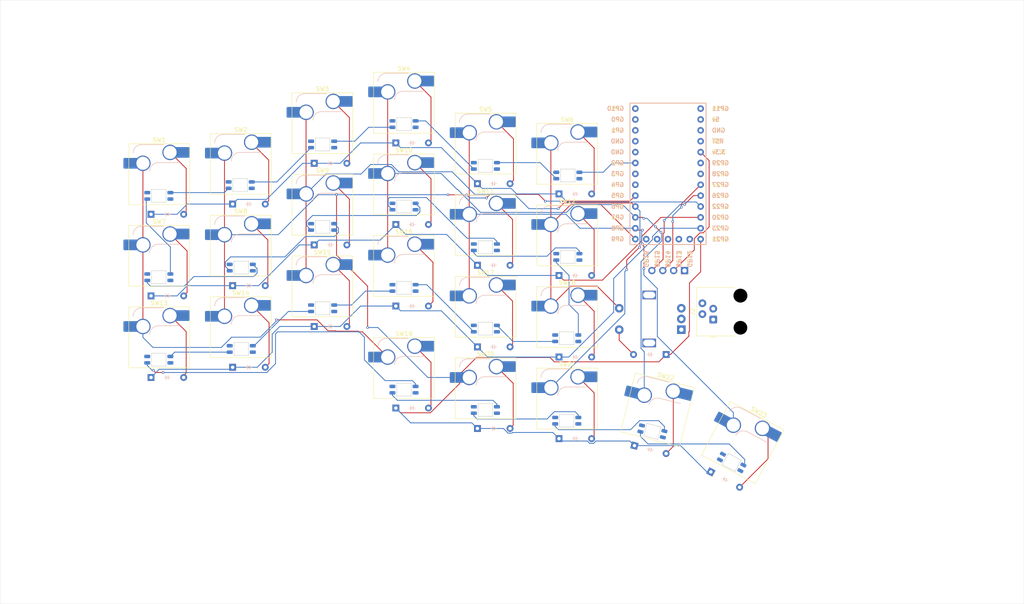
<source format=kicad_pcb>
(kicad_pcb (version 20240108) (generator "pcbnew") (generator_version "8.0")
  (layers (0 "F.Cu" signal) (31 "B.Cu" signal) (34 "B.Paste" user) (35 "F.Paste" user) (36 "B.SilkS" user "B.Silkscreen") (37 "F.SilkS" user "F.Silkscreen") (38 "B.Mask" user) (39 "F.Mask" user) (44 "Edge.Cuts" user))
  (net 0 "")
  (net 1 "Row 0")
  (net 2 "Net-(D1-A)")
  (net 3 "Net-(D2-A)")
  (net 4 "Net-(D3-A)")
  (net 5 "Net-(D4-A)")
  (net 6 "Net-(D5-A)")
  (net 7 "Net-(D6-A)")
  (net 8 "Row 1")
  (net 9 "Net-(D7-A)")
  (net 10 "Net-(D8-A)")
  (net 11 "Net-(D9-A)")
  (net 12 "Net-(D10-A)")
  (net 13 "Net-(D11-A)")
  (net 14 "Net-(D12-A)")
  (net 15 "Row 2")
  (net 16 "Net-(D13-A)")
  (net 17 "Net-(D14-A)")
  (net 18 "Net-(D15-A)")
  (net 19 "Net-(D16-A)")
  (net 20 "Net-(D17-A)")
  (net 21 "Net-(D18-A)")
  (net 22 "Net-(D19-A)")
  (net 23 "Row 3")
  (net 24 "Net-(D20-A)")
  (net 25 "Net-(D21-A)")
  (net 26 "Net-(D22-A)")
  (net 27 "Net-(D23-A)")
  (net 28 "OLED_SCL")
  (net 29 "GND")
  (net 30 "OLED_SDA")
  (net 31 "+3.3V")
  (net 32 "Col 0")
  (net 33 "Col 1")
  (net 34 "Col 2")
  (net 35 "Col 3")
  (net 36 "Col 4")
  (net 37 "Col 5")
  (net 38 "EncA")
  (net 39 "EncB")
  (net 45 "+5V")
  (net 48 "LED")
  (net 49 "Net-(D24-DOUT)")
  (net 50 "Net-(D25-DOUT)")
  (net 51 "Net-(D26-DOUT)")
  (net 52 "Net-(D27-DOUT)")
  (net 53 "Net-(D28-DOUT)")
  (net 54 "Net-(D29-DOUT)")
  (net 55 "Net-(D30-DOUT)")
  (net 56 "Net-(D31-DOUT)")
  (net 57 "Net-(D32-A)")
  (net 58 "Net-(D33-DOUT)")
  (net 59 "Net-(D34-DOUT)")
  (net 60 "Net-(D35-DOUT)")
  (net 61 "Net-(D36-DOUT)")
  (net 62 "Net-(D37-DOUT)")
  (net 63 "Net-(D38-DOUT)")
  (net 64 "Net-(D39-DOUT)")
  (net 65 "Net-(D40-DOUT)")
  (net 66 "Net-(D41-DOUT)")
  (net 67 "Net-(D42-DOUT)")
  (net 68 "Net-(D43-DOUT)")
  (net 69 "Net-(D44-DOUT)")
  (net 70 "Net-(D45-DOUT)")
  (net 71 "Net-(D46-DOUT)")
  (net 73 "Interconnect")
  (net 75 "Row 4")
  (footprint "ScottoKeebs_Hotswap:Hotswap_MX_Plated_1.00u" (layer "F.Cu") (at 101.4433 47.7847)
    (property "Reference" "SW3")
    (property "Value" "SW_Push_45deg")
  )
  (footprint "ScottoKeebs_Hotswap:Hotswap_MX_Plated_1.00u" (layer "F.Cu") (at 139.5441 90.6481)
    (property "Reference" "SW17")
    (property "Value" "SW_Push_45deg")
  )
  (footprint "ScottoKeebs_Hotswap:Hotswap_MX_Plated_1.00u" (layer "F.Cu") (at 139.5441 109.6985)
    (property "Reference" "SW20")
    (property "Value" "SW_Push_45deg")
  )
  (footprint "ScottoKeebs_Hotswap:Hotswap_MX_Plated_1.00u" (layer "F.Cu") (at 139.5441 71.5977)
    (property "Reference" "SW11")
    (property "Value" "SW_Push_45deg")
  )
  (footprint "ScottoKeebs_Hotswap:Hotswap_MX_Plated_1.00u" (layer "F.Cu") (at 63.3425 97.792)
    (property "Reference" "SW13")
    (property "Value" "SW_Push_45deg")
  )
  (footprint "ScottoKeebs_Hotswap:Hotswap_MX_Plated_1.00u" (layer "F.Cu") (at 63.3425 59.6912)
    (property "Reference" "SW1")
    (property "Value" "SW_Push_45deg")
  )
  (footprint "ScottoKeebs_Hotswap:Hotswap_MX_Plated_1.00u" (layer "F.Cu") (at 101.4433 66.8351)
    (property "Reference" "SW9")
    (property "Value" "SW_Push_45deg")
  )
  (footprint "ScottoKeebs_Hotswap:Hotswap_MX_Plated_1.00u" (layer "F.Cu") (at 158.5945 73.979)
    (property "Reference" "SW12")
    (property "Value" "SW_Push_45deg")
  )
  (footprint "ScottoKeebs_Components:OLED_128x32" (layer "F.Cu") (at 176.2 83.8 90)
    (property "Reference" "J1" (hide yes))
    (property "Value" "OLED_128x32")
  )
  (footprint "ScottoKeebs_Hotswap:Hotswap_MX_Plated_1.00u" (layer "F.Cu") (at 82.3929 57.3099)
    (property "Reference" "SW2")
    (property "Value" "SW_Push_45deg")
  )
  (footprint "ScottoKeebs_Hotswap:Hotswap_MX_Plated_1.50u_90deg" (layer "F.Cu") (at 120.4937 104.9359)
    (property "Reference" "SW19")
    (property "Value" "SW_Push_45deg")
  )
  (footprint "ScottoKeebs_Hotswap:Hotswap_MX_Plated_1.00u" (layer "F.Cu") (at 120.4937 43.0221)
    (property "Reference" "SW4")
    (property "Value" "SW_Push_45deg")
  )
  (footprint "ScottoKeebs_Hotswap:Hotswap_MX_Plated_1.00u" (layer "F.Cu") (at 139.5441 52.5473)
    (property "Reference" "SW5")
    (property "Value" "SW_Push_45deg")
  )
  (footprint "Connector_RJ:RJ9_Evercom_5301-440xxx_Horizontal" (layer "F.Cu") (at 192.7 93.64 90)
    (property "Reference" "J2")
    (property "Value" "4P4C")
  )
  (footprint "ScottoKeebs_Hotswap:Hotswap_MX_Plated_1.00u" (layer "F.Cu") (at 158.5945 93.0294)
    (property "Reference" "SW18")
    (property "Value" "SW_Push_45deg")
  )
  (footprint "ScottoKeebs_Hotswap:Hotswap_MX_Plated_1.00u" (layer "F.Cu") (at 158.5945 112.0798)
    (property "Reference" "SW21")
    (property "Value" "SW_Push_45deg")
  )
  (footprint "ScottoKeebs_Hotswap:Hotswap_MX_Plated_1.00u" (layer "F.Cu") (at 63.3425 78.7416)
    (property "Reference" "SW7")
    (property "Value" "SW_Push_45deg")
  )
  (footprint "ScottoKeebs_Hotswap:Hotswap_MX_Plated_1.00u" (layer "F.Cu") (at 120.4937 62.0725)
    (property "Reference" "SW10")
    (property "Value" "SW_Push_45deg")
  )
  (footprint "ScottoKeebs_Hotswap:Hotswap_MX_Plated_1.00u" (layer "F.Cu") (at 101.4433 85.8855)
    (property "Reference" "SW15")
    (property "Value" "SW_Push_45deg")
  )
  (footprint "ScottoKeebs_Hotswap:Hotswap_MX_Plated_1.00u" (layer "F.Cu") (at 199.571572 122.331374 -28)
    (property "Reference" "SW23")
    (property "Value" "SW_Push_45deg")
  )
  (footprint "ScottoKeebs_Hotswap:Hotswap_MX_Plated_1.00u" (layer "F.Cu") (at 158.5945 54.9286)
    (property "Reference" "SW6")
    (property "Value" "SW_Push_45deg")
  )
  (footprint "ScottoKeebs_MCU:RP2040_Pro_Micro" (layer "F.Cu") (at 182.14 60.89)
    (property "Reference" "U1" (hide yes))
    (property "Value" "RP2040_Pro_Micro" (hide yes))
  )
  (footprint "ScottoKeebs_Hotswap:Hotswap_MX_Plated_1.00u" (layer "F.Cu") (at 120.4937 81.1229)
    (property "Reference" "SW16")
    (property "Value" "SW_Push_45deg")
  )
  (footprint "ScottoKeebs_Hotswap:Hotswap_MX_Plated_1.00u" (layer "F.Cu") (at 82.3929 95.4107)
    (property "Reference" "SW14")
    (property "Value" "SW_Push_45deg")
  )
  (footprint "ScottoKeebs_Hotswap:Hotswap_MX_Plated_1.00u" (layer "F.Cu") (at 82.3929 76.3603)
    (property "Reference" "SW8")
    (property "Value" "SW_Push_45deg")
  )
  (footprint "ScottoKeebs_Hotswap:Hotswap_MX_Plated_1.00u" (layer "F.Cu") (at 179.682345 114.686274 -14)
    (property "Reference" "SW22")
    (property "Value" "SW_Push_45deg")
  )
  (footprint "ScottoKeebs_Scotto:Encoder_EC11_MX" (layer "F.Cu") (at 177.75 93.5 180)
    (property "Reference" "SW24" (hide yes))
    (property "Value" "RotaryEncoder_Switch" (hide yes))
  )
  (footprint "ScottoKeebs_Components:Diode_DO-35" (layer "B.Cu") (at 99.5385 95.252)
    (property "Reference" "D15" (hide yes))
    (property "Value" "D" (hide yes))
  )
  (footprint "ScottoKeebs_Components:LED_SK6812MINI" (layer "B.Cu") (at 120.5 67.25 180)
    (property "Reference" "D34" (hide yes))
    (property "Value" "LED_SK6812MINI" (hide yes))
    (fp_line (start 1.7 1.5) (end 1.7 -1.5) (stroke (width 0.12)) (layer "Edge.Cuts"))
    (fp_line (start 1.7 -1.5) (end -1.7 -1.5) (stroke (width 0.12)) (layer "Edge.Cuts"))
    (fp_line (start -1.7 1.5) (end 1.7 1.5) (stroke (width 0.12)) (layer "Edge.Cuts"))
    (fp_line (start -1.7 -1.5) (end -1.7 1.5) (stroke (width 0.12)) (layer "Edge.Cuts"))
  )
  (footprint "ScottoKeebs_Components:Diode_DO-35" (layer "B.Cu") (at 99.5385 57.1512)
    (property "Reference" "D2" (hide yes))
    (property "Value" "D" (hide yes))
  )
  (footprint "ScottoKeebs_Components:LED_SK6812MINI" (layer "B.Cu") (at 139.5 114.75 180)
    (property "Reference" "D44" (hide yes))
    (property "Value" "LED_SK6812MINI" (hide yes))
    (fp_line (start 1.7 1.5) (end 1.7 -1.5) (stroke (width 0.12)) (layer "Edge.Cuts"))
    (fp_line (start 1.7 -1.5) (end -1.7 -1.5) (stroke (width 0.12)) (layer "Edge.Cuts"))
    (fp_line (start -1.7 1.5) (end 1.7 1.5) (stroke (width 0.12)) (layer "Edge.Cuts"))
    (fp_line (start -1.7 -1.5) (end -1.7 1.5) (stroke (width 0.12)) (layer "Edge.Cuts"))
  )
  (footprint "ScottoKeebs_Components:LED_SK6812MINI" (layer "B.Cu") (at 139.5 95.75 180)
    (property "Reference" "D38" (hide yes))
    (property "Value" "LED_SK6812MINI" (hide yes))
    (fp_line (start 1.7 1.5) (end 1.7 -1.5) (stroke (width 0.12)) (layer "Edge.Cuts"))
    (fp_line (start 1.7 -1.5) (end -1.7 -1.5) (stroke (width 0.12)) (layer "Edge.Cuts"))
    (fp_line (start -1.7 1.5) (end 1.7 1.5) (stroke (width 0.12)) (layer "Edge.Cuts"))
    (fp_line (start -1.7 -1.5) (end -1.7 1.5) (stroke (width 0.12)) (layer "Edge.Cuts"))
  )
  (footprint "ScottoKeebs_Components:LED_SK6812MINI" (layer "B.Cu") (at 101.5 52.75 180)
    (property "Reference" "D27" (hide yes))
    (property "Value" "LED_SK6812MINI" (hide yes))
    (fp_line (start 1.7 1.5) (end 1.7 -1.5) (stroke (width 0.12)) (layer "Edge.Cuts"))
    (fp_line (start 1.7 -1.5) (end -1.7 -1.5) (stroke (width 0.12)) (layer "Edge.Cuts"))
    (fp_line (start -1.7 1.5) (end 1.7 1.5) (stroke (width 0.12)) (layer "Edge.Cuts"))
    (fp_line (start -1.7 -1.5) (end -1.7 1.5) (stroke (width 0.12)) (layer "Edge.Cuts"))
  )
  (footprint "ScottoKeebs_Components:Diode_DO-35" (layer "B.Cu") (at 61.4377 88.1081)
    (property "Reference" "D6" (hide yes))
    (property "Value" "D" (hide yes))
  )
  (footprint "ScottoKeebs_Components:Diode_DO-35" (layer "B.Cu") (at 61.4377 107.1585)
    (property "Reference" "D13" (hide yes))
    (property "Value" "D" (hide yes))
  )
  (footprint "ScottoKeebs_Components:LED_SK6812MINI" (layer "B.Cu") (at 139.5 57.75 180)
    (property "Reference" "D25" (hide yes))
    (property "Value" "LED_SK6812MINI" (hide yes))
    (fp_line (start 1.7 1.5) (end 1.7 -1.5) (stroke (width 0.12)) (layer "Edge.Cuts"))
    (fp_line (start 1.7 -1.5) (end -1.7 -1.5) (stroke (width 0.12)) (layer "Edge.Cuts"))
    (fp_line (start -1.7 1.5) (end 1.7 1.5) (stroke (width 0.12)) (layer "Edge.Cuts"))
    (fp_line (start -1.7 -1.5) (end -1.7 1.5) (stroke (width 0.12)) (layer "Edge.Cuts"))
  )
  (footprint "ScottoKeebs_Components:Diode_DO-35" (layer "B.Cu") (at 137.6393 119.065)
    (property "Reference" "D20" (hide yes))
    (property "Value" "D" (hide yes))
  )
  (footprint "ScottoKeebs_Components:Diode_DO-35" (layer "B.Cu") (at 156.6897 83.3455)
    (property "Reference" "D12" (hide yes))
    (property "Value" "D" (hide yes))
  )
  (footprint "ScottoKeebs_Components:LED_SK6812MINI" (layer "B.Cu") (at 82.5 81.5 180)
    (property "Reference" "D31" (hide yes))
    (property "Value" "LED_SK6812MINI" (hide yes))
    (fp_line (start 1.7 1.5) (end 1.7 -1.5) (stroke (width 0.12)) (layer "Edge.Cuts"))
    (fp_line (start 1.7 -1.5) (end -1.7 -1.5) (stroke (width 0.12)) (layer "Edge.Cuts"))
    (fp_line (start -1.7 1.5) (end 1.7 1.5) (stroke (width 0.12)) (layer "Edge.Cuts"))
    (fp_line (start -1.7 -1.5) (end -1.7 1.5) (stroke (width 0.12)) (layer "Edge.Cuts"))
  )
  (footprint "ScottoKeebs_Components:LED_SK6812MINI" (layer "B.Cu") (at 101.5 91 180)
    (property "Reference" "D40" (hide yes))
    (property "Value" "LED_SK6812MINI" (hide yes))
    (fp_line (start 1.7 1.5) (end 1.7 -1.5) (stroke (width 0.12)) (layer "Edge.Cuts"))
    (fp_line (start 1.7 -1.5) (end -1.7 -1.5) (stroke (width 0.12)) (layer "Edge.Cuts"))
    (fp_line (start -1.7 1.5) (end 1.7 1.5) (stroke (width 0.12)) (layer "Edge.Cuts"))
    (fp_line (start -1.7 -1.5) (end -1.7 1.5) (stroke (width 0.12)) (layer "Edge.Cuts"))
  )
  (footprint "ScottoKeebs_Components:Diode_DO-35" (layer "B.Cu") (at 80.4881 85.7268)
    (property "Reference" "D8" (hide yes))
    (property "Value" "D" (hide yes))
  )
  (footprint "ScottoKeebs_Components:LED_SK6812MINI" (layer "B.Cu") (at 158.5 117.25 180)
    (property "Reference" "D45" (hide yes))
    (property "Value" "LED_SK6812MINI" (hide yes))
    (fp_line (start 1.7 1.5) (end 1.7 -1.5) (stroke (width 0.12)) (layer "Edge.Cuts"))
    (fp_line (start 1.7 -1.5) (end -1.7 -1.5) (stroke (width 0.12)) (layer "Edge.Cuts"))
    (fp_line (start -1.7 1.5) (end 1.7 1.5) (stroke (width 0.12)) (layer "Edge.Cuts"))
    (fp_line (start -1.7 -1.5) (end -1.7 1.5) (stroke (width 0.12)) (layer "Edge.Cuts"))
  )
  (footprint "ScottoKeebs_Components:LED_SK6812MINI" (layer "B.Cu") (at 158.5 98 180)
    (property "Reference" "D37" (hide yes))
    (property "Value" "LED_SK6812MINI" (hide yes))
    (fp_line (start 1.7 1.5) (end 1.7 -1.5) (stroke (width 0.12)) (layer "Edge.Cuts"))
    (fp_line (start 1.7 -1.5) (end -1.7 -1.5) (stroke (width 0.12)) (layer "Edge.Cuts"))
    (fp_line (start -1.7 1.5) (end 1.7 1.5) (stroke (width 0.12)) (layer "Edge.Cuts"))
    (fp_line (start -1.7 -1.5) (end -1.7 1.5) (stroke (width 0.12)) (layer "Edge.Cuts"))
  )
  (footprint "ScottoKeebs_Components:LED_SK6812MINI" (layer "B.Cu") (at 82.25 62.25 180)
    (property "Reference" "D28" (hide yes))
    (property "Value" "LED_SK6812MINI" (hide yes))
    (fp_line (start 1.7 1.5) (end 1.7 -1.5) (stroke (width 0.12)) (layer "Edge.Cuts"))
    (fp_line (start 1.7 -1.5) (end -1.7 -1.5) (stroke (width 0.12)) (layer "Edge.Cuts"))
    (fp_line (start -1.7 1.5) (end 1.7 1.5) (stroke (width 0.12)) (layer "Edge.Cuts"))
    (fp_line (start -1.7 -1.5) (end -1.7 1.5) (stroke (width 0.12)) (layer "Edge.Cuts"))
  )
  (footprint "ScottoKeebs_Components:Diode_DO-35" (layer "B.Cu") (at 137.6393 80.9642)
    (property "Reference" "D11" (hide yes))
    (property "Value" "D" (hide yes))
  )
  (footprint "ScottoKeebs_Components:LED_SK6812MINI" (layer "B.Cu") (at 178.5 119.75 166)
    (property "Reference" "D46" (hide yes))
    (property "Value" "LED_SK6812MINI" (hide yes))
    (fp_line (start 1.7 -1.5) (end -1.7 -1.5) (stroke (width 0.12)) (layer "Edge.Cuts"))
    (fp_line (start 1.7 1.5) (end 1.7 -1.5) (stroke (width 0.12)) (layer "Edge.Cuts"))
    (fp_line (start -1.7 -1.5) (end -1.7 1.5) (stroke (width 0.12)) (layer "Edge.Cuts"))
    (fp_line (start -1.7 1.5) (end 1.7 1.5) (stroke (width 0.12)) (layer "Edge.Cuts"))
  )
  (footprint "ScottoKeebs_Components:Diode_DO-35" (layer "B.Cu") (at 80.4881 66.6764)
    (property "Reference" "D1" (hide yes))
    (property "Value" "D" (hide yes))
  )
  (footprint "ScottoKeebs_Components:Diode_DO-35" (layer "B.Cu") (at 118.5889 52.3886)
    (property "Reference" "D3" (hide yes))
    (property "Value" "D" (hide yes))
  )
  (footprint "ScottoKeebs_Components:Diode_DO-35" (layer "B.Cu") (at 181.71 101.8 180)
    (property "Reference" "D23" (hide yes))
    (property "Value" "D" (hide yes))
  )
  (footprint "ScottoKeebs_Components:Diode_DO-35" (layer "B.Cu") (at 61.4377 69.0577)
    (property "Reference" "D7" (hide yes))
    (property "Value" "D" (hide yes))
  )
  (footprint "ScottoKeebs_Components:LED_SK6812MINI" (layer "B.Cu") (at 82.5 100.5 180)
    (property "Reference" "D41" (hide yes))
    (property "Value" "LED_SK6812MINI" (hide yes))
    (fp_line (start 1.7 1.5) (end 1.7 -1.5) (stroke (width 0.12)) (layer "Edge.Cuts"))
    (fp_line (start 1.7 -1.5) (end -1.7 -1.5) (stroke (width 0.12)) (layer "Edge.Cuts"))
    (fp_line (start -1.7 1.5) (end 1.7 1.5) (stroke (width 0.12)) (layer "Edge.Cuts"))
    (fp_line (start -1.7 -1.5) (end -1.7 1.5) (stroke (width 0.12)) (layer "Edge.Cuts"))
  )
  (footprint "ScottoKeebs_Components:Diode_DO-35" (layer "B.Cu") (at 118.5889 114.3024)
    (property "Reference" "D19" (hide yes))
    (property "Value" "D" (hide yes))
  )
  (footprint "ScottoKeebs_Components:LED_SK6812MINI" (layer "B.Cu") (at 120.5 48 180)
    (property "Reference" "D26" (hide yes))
    (property "Value" "LED_SK6812MINI" (hide yes))
    (fp_line (start 1.7 1.5) (end 1.7 -1.5) (stroke (width 0.12)) (layer "Edge.Cuts"))
    (fp_line (start 1.7 -1.5) (end -1.7 -1.5) (stroke (width 0.12)) (layer "Edge.Cuts"))
    (fp_line (start -1.7 1.5) (end 1.7 1.5) (stroke (width 0.12)) (layer "Edge.Cuts"))
    (fp_line (start -1.7 -1.5) (end -1.7 1.5) (stroke (width 0.12)) (layer "Edge.Cuts"))
  )
  (footprint "ScottoKeebs_Components:Diode_DO-35" (layer "B.Cu") (at 118.5889 90.4894)
    (property "Reference" "D16" (hide yes))
    (property "Value" "D" (hide yes))
  )
  (footprint "ScottoKeebs_Components:LED_SK6812MINI" (layer "B.Cu") (at 63.25 64.75 180)
    (property "Reference" "D29" (hide yes))
    (property "Value" "LED_SK6812MINI" (hide yes))
    (fp_line (start 1.7 1.5) (end 1.7 -1.5) (stroke (width 0.12)) (layer "Edge.Cuts"))
    (fp_line (start 1.7 -1.5) (end -1.7 -1.5) (stroke (width 0.12)) (layer "Edge.Cuts"))
    (fp_line (start -1.7 1.5) (end 1.7 1.5) (stroke (width 0.12)) (layer "Edge.Cuts"))
    (fp_line (start -1.7 -1.5) (end -1.7 1.5) (stroke (width 0.12)) (layer "Edge.Cuts"))
  )
  (footprint "ScottoKeebs_Components:LED_SK6812MINI" (layer "B.Cu") (at 158.75 79 180)
    (property "Reference" "D36" (hide yes))
    (property "Value" "LED_SK6812MINI" (hide yes))
    (fp_line (start 1.7 1.5) (end 1.7 -1.5) (stroke (width 0.12)) (layer "Edge.Cuts"))
    (fp_line (start 1.7 -1.5) (end -1.7 -1.5) (stroke (width 0.12)) (layer "Edge.Cuts"))
    (fp_line (start -1.7 1.5) (end 1.7 1.5) (stroke (width 0.12)) (layer "Edge.Cuts"))
    (fp_line (start -1.7 -1.5) (end -1.7 1.5) (stroke (width 0.12)) (layer "Edge.Cuts"))
  )
  (footprint "ScottoKeebs_Components:Diode_DO-35" (layer "B.Cu") (at 118.5889 71.439)
    (property "Reference" "D10" (hide yes))
    (property "Value" "D" (hide yes))
  )
  (footprint "ScottoKeebs_Components:LED_SK6812MINI" (layer "B.Cu") (at 101.5 72 180)
    (property "Reference" "D33" (hide yes))
    (property "Value" "LED_SK6812MINI" (hide yes))
    (fp_line (start 1.7 1.5) (end 1.7 -1.5) (stroke (width 0.12)) (layer "Edge.Cuts"))
    (fp_line (start 1.7 -1.5) (end -1.7 -1.5) (stroke (width 0.12)) (layer "Edge.Cuts"))
    (fp_line (start -1.7 1.5) (end 1.7 1.5) (stroke (width 0.12)) (layer "Edge.Cuts"))
    (fp_line (start -1.7 -1.5) (end -1.7 1.5) (stroke (width 0.12)) (layer "Edge.Cuts"))
  )
  (footprint "ScottoKeebs_Components:Diode_DO-35" (layer "B.Cu") (at 137.6393 100.0146)
    (property "Reference" "D17" (hide yes))
    (property "Value" "D" (hide yes))
  )
  (footprint "ScottoKeebs_Components:LED_SK6812MINI" (layer "B.Cu") (at 120.5 86.25 180)
    (property "Reference" "D39" (hide yes))
    (property "Value" "LED_SK6812MINI" (hide yes))
    (fp_line (start 1.7 1.5) (end 1.7 -1.5) (stroke (width 0.12)) (layer "Edge.Cuts"))
    (fp_line (start 1.7 -1.5) (end -1.7 -1.5) (stroke (width 0.12)) (layer "Edge.Cuts"))
    (fp_line (start -1.7 1.5) (end 1.7 1.5) (stroke (width 0.12)) (layer "Edge.Cuts"))
    (fp_line (start -1.7 -1.5) (end -1.7 1.5) (stroke (width 0.12)) (layer "Edge.Cuts"))
  )
  (footprint "ScottoKeebs_Components:LED_SK6812MINI" (layer "B.Cu") (at 197 127 152)
    (property "Reference" "D48" (hide yes))
    (property "Value" "LED_SK6812MINI" (hide yes))
    (fp_line (start 1.700001 -1.5) (end -1.7 -1.5) (stroke (width 0.12)) (layer "Edge.Cuts"))
    (fp_line (start 1.7 1.5) (end 1.700001 -1.5) (stroke (width 0.12)) (layer "Edge.Cuts"))
    (fp_line (start -1.7 -1.5) (end -1.700001 1.5) (stroke (width 0.12)) (layer "Edge.Cuts"))
    (fp_line (start -1.700001 1.5) (end 1.7 1.5) (stroke (width 0.12)) (layer "Edge.Cuts"))
  )
  (footprint "ScottoKeebs_Components:LED_SK6812MINI" (layer "B.Cu") (at 63.25 83.75 180)
    (property "Reference" "D30" (hide yes))
    (property "Value" "LED_SK6812MINI" (hide yes))
    (fp_line (start 1.7 1.5) (end 1.7 -1.5) (stroke (width 0.12)) (layer "Edge.Cuts"))
    (fp_line (start 1.7 -1.5) (end -1.7 -1.5) (stroke (width 0.12)) (layer "Edge.Cuts"))
    (fp_line (start -1.7 1.5) (end 1.7 1.5) (stroke (width 0.12)) (layer "Edge.Cuts"))
    (fp_line (start -1.7 -1.5) (end -1.7 1.5) (stroke (width 0.12)) (layer "Edge.Cuts"))
  )
  (footprint "ScottoKeebs_Components:Diode_DO-35" (layer "B.Cu") (at 174.303174 123.078278 -14)
    (property "Reference" "D22" (hide yes))
    (property "Value" "D" (hide yes))
  )
  (footprint "ScottoKeebs_Components:LED_SK6812MINI" (layer "B.Cu") (at 139.5 76.75 180)
    (property "Reference" "D35" (hide yes))
    (property "Value" "LED_SK6812MINI" (hide yes))
    (fp_line (start 1.7 1.5) (end 1.7 -1.5) (stroke (width 0.12)) (layer "Edge.Cuts"))
    (fp_line (start 1.7 -1.5) (end -1.7 -1.5) (stroke (width 0.12)) (layer "Edge.Cuts"))
    (fp_line (start -1.7 1.5) (end 1.7 1.5) (stroke (width 0.12)) (layer "Edge.Cuts"))
    (fp_line (start -1.7 -1.5) (end -1.7 1.5) (stroke (width 0.12)) (layer "Edge.Cuts"))
  )
  (footprint "ScottoKeebs_Components:Diode_DO-35" (layer "B.Cu") (at 137.6393 61.9138)
    (property "Reference" "D4" (hide yes))
    (property "Value" "D" (hide yes))
  )
  (footprint "ScottoKeebs_Components:LED_SK6812MINI" (layer "B.Cu") (at 158.75 60 180)
    (property "Reference" "D24" (hide yes))
    (property "Value" "LED_SK6812MINI" (hide yes))
    (fp_line (start 1.7 1.5) (end 1.7 -1.5) (stroke (width 0.12)) (layer "Edge.Cuts"))
    (fp_line (start 1.7 -1.5) (end -1.7 -1.5) (stroke (width 0.12)) (layer "Edge.Cuts"))
    (fp_line (start -1.7 1.5) (end 1.7 1.5) (stroke (width 0.12)) (layer "Edge.Cuts"))
    (fp_line (start -1.7 -1.5) (end -1.7 1.5) (stroke (width 0.12)) (layer "Edge.Cuts"))
  )
  (footprint "ScottoKeebs_Components:Diode_DO-35" (layer "B.Cu") (at 156.6897 64.2951)
    (property "Reference" "D5" (hide yes))
    (property "Value" "D" (hide yes))
  )
  (footprint "ScottoKeebs_Components:LED_SK6812MINI" (layer "B.Cu") (at 120.5 110 180)
    (property "Reference" "D43" (hide yes))
    (property "Value" "LED_SK6812MINI" (hide yes))
    (fp_line (start 1.7 1.5) (end 1.7 -1.5) (stroke (width 0.12)) (layer "Edge.Cuts"))
    (fp_line (start 1.7 -1.5) (end -1.7 -1.5) (stroke (width 0.12)) (layer "Edge.Cuts"))
    (fp_line (start -1.7 1.5) (end 1.7 1.5) (stroke (width 0.12)) (layer "Edge.Cuts"))
    (fp_line (start -1.7 -1.5) (end -1.7 1.5) (stroke (width 0.12)) (layer "Edge.Cuts"))
  )
  (footprint "ScottoKeebs_Components:Diode_DO-35" (layer "B.Cu") (at 99.5385 76.2016)
    (property "Reference" "D9" (hide yes))
    (property "Value" "D" (hide yes))
  )
  (footprint "ScottoKeebs_Components:LED_SK6812MINI" (layer "B.Cu") (at 63.25 103 180)
    (property "Reference" "D42" (hide yes))
    (property "Value" "LED_SK6812MINI" (hide yes))
    (fp_line (start 1.7 1.5) (end 1.7 -1.5) (stroke (width 0.12)) (layer "Edge.Cuts"))
    (fp_line (start 1.7 -1.5) (end -1.7 -1.5) (stroke (width 0.12)) (layer "Edge.Cuts"))
    (fp_line (start -1.7 1.5) (end 1.7 1.5) (stroke (width 0.12)) (layer "Edge.Cuts"))
    (fp_line (start -1.7 -1.5) (end -1.7 1.5) (stroke (width 0.12)) (layer "Edge.Cuts"))
  )
  (footprint "ScottoKeebs_Components:Diode_DO-35" (layer "B.Cu") (at 80.4881 104.7772)
    (property "Reference" "D14" (hide yes))
    (property "Value" "D" (hide yes))
  )
  (footprint "ScottoKeebs_Components:Diode_DO-35" (layer "B.Cu") (at 192.13597 129.211314 -28)
    (property "Reference" "D32" (hide yes))
    (property "Value" "D" (hide yes))
  )
  (footprint "ScottoKeebs_Components:Diode_DO-35" (layer "B.Cu") (at 156.6897 121.4463)
    (property "Reference" "D21" (hide yes))
    (property "Value" "D" (hide yes))
  )
  (footprint "ScottoKeebs_Components:Diode_DO-35" (layer "B.Cu") (at 156.6897 102.3959)
    (property "Reference" "D18" (hide yes))
    (property "Value" "D" (hide yes))
  )
  (gr_rect (start 26.1943 19.0504) (end 265.25 160) (stroke (width 0.05)) (fill none) (layer "Edge.Cuts"))
  (segment (start 119.6889 53.4886) (end 129.2141 53.4886) (width 0.2) (layer "B.Cu") (net 1))
  (segment (start 105.602865 57.1512) (end 110.365465 52.3886) (width 0.2) (layer "B.Cu") (net 1))
  (segment (start 96.8488 57.1512) (end 99.5385 57.1512) (width 0.2) (layer "B.Cu") (net 1))
  (segment (start 156.6897 64.2951) (end 158.5726 66.178) (width 0.2) (layer "B.Cu") (net 1))
  (segment (start 67.502065 69.0577) (end 69.883365 66.6764) (width 0.2) (layer "B.Cu") (net 1))
  (segment (start 80.4881 66.6764) (end 81.5881 65.5764) (width 0.2) (layer "B.Cu") (net 1))
  (segment (start 81.5881 65.5764) (end 88.4236 65.5764) (width 0.2) (layer "B.Cu") (net 1))
  (segment (start 110.365465 52.3886) (end 118.5889 52.3886) (width 0.2) (layer "B.Cu") (net 1))
  (segment (start 138.7393 63.0138) (end 145.5 63.0138) (width 0.2) (layer "B.Cu") (net 1))
  (segment (start 118.5889 52.3886) (end 119.6889 53.4886) (width 0.2) (layer "B.Cu") (net 1))
  (segment (start 69.883365 66.6764) (end 80.4881 66.6764) (width 0.2) (layer "B.Cu") (net 1))
  (segment (start 61.4377 69.0577) (end 67.502065 69.0577) (width 0.2) (layer "B.Cu") (net 1))
  (segment (start 188.698 66.178) (end 189.76 67.24) (width 0.2) (layer "B.Cu") (net 1))
  (segment (start 145.5 63.0138) (end 146.7813 64.2951) (width 0.2) (layer "B.Cu") (net 1))
  (segment (start 146.7813 64.2951) (end 156.6897 64.2951) (width 0.2) (layer "B.Cu") (net 1))
  (segment (start 158.5726 66.178) (end 188.698 66.178) (width 0.2) (layer "B.Cu") (net 1))
  (segment (start 137.6393 61.9138) (end 138.7393 63.0138) (width 0.2) (layer "B.Cu") (net 1))
  (segment (start 88.4236 65.5764) (end 96.8488 57.1512) (width 0.2) (layer "B.Cu") (net 1))
  (segment (start 129.2141 53.4886) (end 137.6393 61.9138) (width 0.2) (layer "B.Cu") (net 1))
  (segment (start 99.5385 57.1512) (end 105.602865 57.1512) (width 0.2) (layer "B.Cu") (net 1))
  (segment (start 84.9329 52.4329) (end 88.908099 56.408099) (width 0.2) (layer "F.Cu") (net 2))
  (segment (start 88.908099 65.876401) (end 88.1081 66.6764) (width 0.2) (layer "F.Cu") (net 2))
  (segment (start 84.9329 52.2299) (end 84.9329 52.4329) (width 0.2) (layer "F.Cu") (net 2))
  (segment (start 88.908099 56.408099) (end 88.908099 65.876401) (width 0.2) (layer "F.Cu") (net 2))
  (segment (start 107.7483 56.5614) (end 107.1585 57.1512) (width 0.2) (layer "F.Cu") (net 3))
  (segment (start 103.9833 42.7047) (end 107.7483 46.4697) (width 0.2) (layer "F.Cu") (net 3))
  (segment (start 107.7483 46.4697) (end 107.7483 56.5614) (width 0.2) (layer "F.Cu") (net 3))
  (segment (start 126.7987 41.7071) (end 126.7987 51.7988) (width 0.2) (layer "F.Cu") (net 4))
  (segment (start 126.7987 51.7988) (end 126.2089 52.3886) (width 0.2) (layer "F.Cu") (net 4))
  (segment (start 123.0337 37.9421) (end 126.7987 41.7071) (width 0.2) (layer "F.Cu") (net 4))
  (segment (start 142.0841 47.4673) (end 146.059299 51.442499) (width 0.2) (layer "F.Cu") (net 5))
  (segment (start 146.059299 61.113801) (end 145.2593 61.9138) (width 0.2) (layer "F.Cu") (net 5))
  (segment (start 146.059299 51.442499) (end 146.059299 61.113801) (width 0.2) (layer "F.Cu") (net 5))
  (segment (start 161.1345 49.8486) (end 164.8995 53.6136) (width 0.2) (layer "F.Cu") (net 6))
  (segment (start 164.8995 53.6136) (end 164.8995 63.7053) (width 0.2) (layer "F.Cu") (net 6))
  (segment (start 164.8995 63.7053) (end 164.3097 64.2951) (width 0.2) (layer "F.Cu") (net 6))
  (segment (start 69.857699 87.308101) (end 69.0577 88.1081) (width 0.2) (layer "F.Cu") (net 7))
  (segment (start 69.857699 77.636799) (end 69.857699 87.308101) (width 0.2) (layer "F.Cu") (net 7))
  (segment (start 65.8825 73.6616) (end 69.857699 77.636799) (width 0.2) (layer "F.Cu") (net 7))
  (segment (start 175.998 75.252) (end 175.998 74.252) (width 0.2) (layer "F.Cu") (net 8))
  (segment (start 166.8045 84.4455) (end 175.998 75.252) (width 0.2) (layer "F.Cu") (net 8))
  (segment (start 175.998 74.252) (end 180.47 69.78) (width 0.2) (layer "F.Cu") (net 8))
  (segment (start 156.6897 83.3455) (end 157.7897 84.4455) (width 0.2) (layer "F.Cu") (net 8))
  (segment (start 157.7897 84.4455) (end 166.8045 84.4455) (width 0.2) (layer "F.Cu") (net 8))
  (segment (start 180.47 69.78) (end 189.76 69.78) (width 0.2) (layer "F.Cu") (net 8))
  (segment (start 118.5889 71.439) (end 120.8999 73.75) (width 0.2) (layer "B.Cu") (net 8))
  (segment (start 137.6393 80.9642) (end 140.0206 83.3455) (width 0.2) (layer "B.Cu") (net 8))
  (segment (start 61.4377 88.1081) (end 67.502065 88.1081) (width 0.2) (layer "B.Cu") (net 8))
  (segment (start 96.077665 76.2016) (end 99.5385 76.2016) (width 0.2) (layer "B.Cu") (net 8))
  (segment (start 67.502065 88.1081) (end 69.883365 85.7268) (width 0.2) (layer "B.Cu") (net 8))
  (segment (start 99.5385 76.2016) (end 100.6385 75.1016) (width 0.2) (layer "B.Cu") (net 8))
  (segment (start 69.883365 85.7268) (end 80.4881 85.7268) (width 0.2) (layer "B.Cu") (net 8))
  (segment (start 120.8999 73.75) (end 130.4251 73.75) (width 0.2) (layer "B.Cu") (net 8))
  (segment (start 86.552465 85.7268) (end 96.077665 76.2016) (width 0.2) (layer "B.Cu") (net 8))
  (segment (start 80.4881 85.7268) (end 86.552465 85.7268) (width 0.2) (layer "B.Cu") (net 8))
  (segment (start 130.4251 73.75) (end 137.6393 80.9642) (width 0.2) (layer "B.Cu") (net 8))
  (segment (start 100.6385 75.1016) (end 114.9263 75.1016) (width 0.2) (layer "B.Cu") (net 8))
  (segment (start 114.9263 75.1016) (end 118.5889 71.439) (width 0.2) (layer "B.Cu") (net 8))
  (segment (start 140.0206 83.3455) (end 156.6897 83.3455) (width 0.2) (layer "B.Cu") (net 8))
  (segment (start 65.8825 54.6112) (end 69.6475 58.3762) (width 0.2) (layer "F.Cu") (net 9))
  (segment (start 69.6475 58.3762) (end 69.6475 68.4679) (width 0.2) (layer "F.Cu") (net 9))
  (segment (start 69.6475 68.4679) (end 69.0577 69.0577) (width 0.2) (layer "F.Cu") (net 9))
  (segment (start 88.6979 75.0453) (end 88.6979 85.137) (width 0.2) (layer "F.Cu") (net 10))
  (segment (start 88.6979 85.137) (end 88.1081 85.7268) (width 0.2) (layer "F.Cu") (net 10))
  (segment (start 84.9329 71.2803) (end 88.6979 75.0453) (width 0.2) (layer "F.Cu") (net 10))
  (segment (start 107.7483 67.2483) (end 107.75 67.25) (width 0.2) (layer "F.Cu") (net 11))
  (segment (start 103.9833 61.7551) (end 107.7483 65.5201) (width 0.2) (layer "F.Cu") (net 11))
  (segment (start 107.75 67.25) (end 107.75 75.6101) (width 0.2) (layer "F.Cu") (net 11))
  (segment (start 107.75 75.6101) (end 107.1585 76.2016) (width 0.2) (layer "F.Cu") (net 11))
  (segment (start 107.7483 65.5201) (end 107.7483 67.2483) (width 0.2) (layer "F.Cu") (net 11))
  (segment (start 126.7987 60.7575) (end 126.7987 70.8492) (width 0.2) (layer "F.Cu") (net 12))
  (segment (start 126.7987 70.8492) (end 126.2089 71.439) (width 0.2) (layer "F.Cu") (net 12))
  (segment (start 123.0337 56.9925) (end 126.7987 60.7575) (width 0.2) (layer "F.Cu") (net 12))
  (segment (start 145.8491 70.2827) (end 145.8491 80.3744) (width 0.2) (layer "F.Cu") (net 13))
  (segment (start 142.0841 66.5177) (end 145.8491 70.2827) (width 0.2) (layer "F.Cu") (net 13))
  (segment (start 145.8491 80.3744) (end 145.2593 80.9642) (width 0.2) (layer "F.Cu") (net 13))
  (segment (start 164.8995 72.664) (end 164.8995 82.7557) (width 0.2) (layer "F.Cu") (net 14))
  (segment (start 164.8995 82.7557) (end 164.3097 83.3455) (width 0.2) (layer "F.Cu") (net 14))
  (segment (start 161.1345 68.899) (end 164.8995 72.664) (width 0.2) (layer "F.Cu") (net 14))
  (segment (start 119.6889 91.5894) (end 129.2141 91.5894) (width 0.2) (layer "B.Cu") (net 15))
  (segment (start 91.498 95.252) (end 99.5385 95.252) (width 0.2) (layer "B.Cu") (net 15))
  (segment (start 129.2141 91.5894) (end 137.6393 100.0146) (width 0.2) (layer "B.Cu") (net 15))
  (segment (start 63.3462 105.25) (end 80.0153 105.25) (width 0.2) (layer "B.Cu") (net 15))
  (segment (start 158.973958 102.3959) (end 169.45 91.919858) (width 0.2) (layer "B.Cu") (net 15))
  (segment (start 80.0153 105.25) (end 80.4881 104.7772) (width 0.2) (layer "B.Cu") (net 15))
  (segment (start 156.6897 102.3959) (end 158.973958 102.3959) (width 0.2) (layer "B.Cu") (net 15))
  (segment (start 137.6393 100.0146) (end 140.0206 102.3959) (width 0.2) (layer "B.Cu") (net 15))
  (segment (start 118.5889 90.4894) (end 119.6889 91.5894) (width 0.2) (layer "B.Cu") (net 15))
  (segment (start 89.75 97) (end 91.498 95.252) (width 0.2) (layer "B.Cu") (net 15))
  (segment (start 89.75 101.25) (end 89.75 97) (width 0.2) (layer "B.Cu") (net 15))
  (segment (start 169.45 84.05) (end 178.538 74.962) (width 0.2) (layer "B.Cu") (net 15))
  (segment (start 178.538 74.962) (end 178.538 74.212) (width 0.2) (layer "B.Cu") (net 15))
  (segment (start 178.538 74.212) (end 180.43 72.32) (width 0.2) (layer "B.Cu") (net 15))
  (segment (start 86.2228 104.7772) (end 89.75 101.25) (width 0.2) (layer "B.Cu") (net 15))
  (segment (start 99.5385 95.252) (end 105.602865 95.252) (width 0.2) (layer "B.Cu") (net 15))
  (segment (start 110.365465 90.4894) (end 118.5889 90.4894) (width 0.2) (layer "B.Cu") (net 15))
  (segment (start 140.0206 102.3959) (end 156.6897 102.3959) (width 0.2) (layer "B.Cu") (net 15))
  (segment (start 169.45 91.919858) (end 169.45 84.05) (width 0.2) (layer "B.Cu") (net 15))
  (segment (start 61.4377 107.1585) (end 63.3462 105.25) (width 0.2) (layer "B.Cu") (net 15))
  (segment (start 80.4881 104.7772) (end 86.2228 104.7772) (width 0.2) (layer "B.Cu") (net 15))
  (segment (start 180.43 72.32) (end 189.76 72.32) (width 0.2) (layer "B.Cu") (net 15))
  (segment (start 105.602865 95.252) (end 110.365465 90.4894) (width 0.2) (layer "B.Cu") (net 15))
  (segment (start 69.0577 106.6923) (end 69.0577 107.1585) (width 0.2) (layer "F.Cu") (net 16))
  (segment (start 65.8825 92.712) (end 69.6475 96.477) (width 0.2) (layer "F.Cu") (net 16))
  (segment (start 69.6475 96.477) (end 69.6475 106.1025) (width 0.2) (layer "F.Cu") (net 16))
  (segment (start 69.6475 106.1025) (end 69.0577 106.6923) (width 0.2) (layer "F.Cu") (net 16))
  (segment (start 89 94.3978) (end 89 103.8853) (width 0.2) (layer "F.Cu") (net 17))
  (segment (start 84.9329 90.3307) (end 89 94.3978) (width 0.2) (layer "F.Cu") (net 17))
  (segment (start 89 103.8853) (end 88.1081 104.7772) (width 0.2) (layer "F.Cu") (net 17))
  (segment (start 107.7483 84.5705) (end 107.7483 94.6622) (width 0.2) (layer "F.Cu") (net 18))
  (segment (start 107.7483 94.6622) (end 107.1585 95.252) (width 0.2) (layer "F.Cu") (net 18))
  (segment (start 103.9833 80.8055) (end 107.7483 84.5705) (width 0.2) (layer "F.Cu") (net 18))
  (segment (start 127.25 80.2592) (end 127.25 89.4483) (width 0.2) (layer "F.Cu") (net 19))
  (segment (start 127.25 89.4483) (end 126.2089 90.4894) (width 0.2) (layer "F.Cu") (net 19))
  (segment (start 123.0337 76.0429) (end 127.25 80.2592) (width 0.2) (layer "F.Cu") (net 19))
  (segment (start 142.0841 85.5681) (end 145.8491 89.3331) (width 0.2) (layer "F.Cu") (net 20))
  (segment (start 145.8491 99.4248) (end 145.2593 100.0146) (width 0.2) (layer "F.Cu") (net 20))
  (segment (start 145.8491 89.3331) (end 145.8491 99.4248) (width 0.2) (layer "F.Cu") (net 20))
  (segment (start 164.8995 101.8061) (end 164.3097 102.3959) (width 0.2) (layer "F.Cu") (net 21))
  (segment (start 164.8995 91.7144) (end 164.8995 101.8061) (width 0.2) (layer "F.Cu") (net 21))
  (segment (start 161.1345 87.9494) (end 164.8995 91.7144) (width 0.2) (layer "F.Cu") (net 21))
  (segment (start 126.7987 113.7126) (end 126.2089 114.3024) (width 0.2) (layer "F.Cu") (net 22))
  (segment (start 126.7987 103.6209) (end 126.7987 113.7126) (width 0.2) (layer "F.Cu") (net 22))
  (segment (start 123.0337 99.8559) (end 126.7987 103.6209) (width 0.2) (layer "F.Cu") (net 22))
  (segment (start 133.5 106.422751) (end 137.422751 102.5) (width 0.2) (layer "F.Cu") (net 23))
  (segment (start 189.76 82.49) (end 189.76 74.86) (width 0.2) (layer "F.Cu") (net 23))
  (segment (start 154.5938 102.5) (end 155.5897 103.4959) (width 0.2) (layer "F.Cu") (net 23))
  (segment (start 187 96.5) (end 187.15 96.35) (width 0.2) (layer "F.Cu") (net 23))
  (segment (start 187.15 96.35) (end 187.15 85.1) (width 0.2) (layer "F.Cu") (net 23))
  (segment (start 137.422751 102.5) (end 154.5938 102.5) (width 0.2) (layer "F.Cu") (net 23))
  (segment (start 133.5 108.566935) (end 133.5 106.422751) (width 0.2) (layer "F.Cu") (net 23))
  (segment (start 118.5889 114.3024) (end 119.6889 115.4024) (width 0.2) (layer "F.Cu") (net 23))
  (segment (start 187.15 85.1) (end 189.76 82.49) (width 0.2) (layer "F.Cu") (net 23))
  (segment (start 119.6889 115.4024) (end 126.664535 115.4024) (width 0.2) (layer "F.Cu") (net 23))
  (segment (start 181.71 101.8) (end 182.71 101.8) (width 0.2) (layer "F.Cu") (net 23))
  (segment (start 126.664535 115.4024) (end 133.5 108.566935) (width 0.2) (layer "F.Cu") (net 23))
  (segment (start 182.71 101.8) (end 187 97.51) (width 0.2) (layer "F.Cu") (net 23))
  (segment (start 187 97.51) (end 187 96.5) (width 0.2) (layer "F.Cu") (net 23))
  (segment (start 155.5897 103.4959) (end 180.0141 103.4959) (width 0.2) (layer "F.Cu") (net 23))
  (segment (start 180.0141 103.4959) (end 181.71 101.8) (width 0.2) (layer "F.Cu") (net 23))
  (segment (start 163.307765 122) (end 163.854065 122.5463) (width 0.2) (layer "B.Cu") (net 23))
  (segment (start 164.765335 122.5463) (end 165.311635 122) (width 0.2) (layer "B.Cu") (net 23))
  (segment (start 173.224896 122) (end 174.303174 123.078278) (width 0.2) (layer "B.Cu") (net 23))
  (segment (start 143.703665 119.065) (end 144.803665 120.165) (width 0.2) (layer "B.Cu") (net 23))
  (segment (start 145.879935 120) (end 155.2434 120) (width 0.2) (layer "B.Cu") (net 23))
  (segment (start 144.803665 120.165) (end 145.714935 120.165) (width 0.2) (layer "B.Cu") (net 23))
  (segment (start 185.078278 123.078278) (end 191.211314 129.211314) (width 0.2) (layer "B.Cu") (net 23))
  (segment (start 174.303174 123.078278) (end 185.078278 123.078278) (width 0.2) (layer "B.Cu") (net 23))
  (segment (start 165.311635 122) (end 173.224896 122) (width 0.2) (layer "B.Cu") (net 23))
  (segment (start 155.2434 120) (end 156.6897 121.4463) (width 0.2) (layer "B.Cu") (net 23))
  (segment (start 157.2434 122) (end 163.307765 122) (width 0.2) (layer "B.Cu") (net 23))
  (segment (start 136.3243 117.75) (end 137.6393 119.065) (width 0.2) (layer "B.Cu") (net 23))
  (segment (start 122.0365 117.75) (end 136.3243 117.75) (width 0.2) (layer "B.Cu") (net 23))
  (segment (start 163.854065 122.5463) (end 164.765335 122.5463) (width 0.2) (layer "B.Cu") (net 23))
  (segment (start 145.714935 120.165) (end 145.879935 120) (width 0.2) (layer "B.Cu") (net 23))
  (segment (start 191.211314 129.211314) (end 192.13597 129.211314) (width 0.2) (layer "B.Cu") (net 23))
  (segment (start 156.6897 121.4463) (end 157.2434 122) (width 0.2) (layer "B.Cu") (net 23))
  (segment (start 118.5889 114.3024) (end 122.0365 117.75) (width 0.2) (layer "B.Cu") (net 23))
  (segment (start 137.6393 119.065) (end 143.703665 119.065) (width 0.2) (layer "B.Cu") (net 23))
  (segment (start 146 108.5344) (end 146 118.3243) (width 0.2) (layer "F.Cu") (net 24))
  (segment (start 142.0841 104.6185) (end 146 108.5344) (width 0.2) (layer "F.Cu") (net 24))
  (segment (start 146 118.3243) (end 145.2593 119.065) (width 0.2) (layer "F.Cu") (net 24))
  (segment (start 164.8995 120.8565) (end 164.3097 121.4463) (width 0.2) (layer "F.Cu") (net 25))
  (segment (start 164.8995 110.7648) (end 164.8995 120.8565) (width 0.2) (layer "F.Cu") (net 25))
  (segment (start 161.1345 106.9998) (end 164.8995 110.7648) (width 0.2) (layer "F.Cu") (net 25))
  (segment (start 183.375859 110.371653) (end 183.375859 123.242691) (width 0.2) (layer "F.Cu") (net 26))
  (segment (start 183.375859 123.242691) (end 181.696827 124.921723) (width 0.2) (layer "F.Cu") (net 26))
  (segment (start 170.75 96) (end 170.75 98.46) (width 0.2) (layer "F.Cu") (net 27))
  (segment (start 170.75 98.46) (end 174.09 101.8) (width 0.2) (layer "F.Cu") (net 27))
  (segment (start 180.92 82.2) (end 183.25 79.87) (width 0.2) (layer "F.Cu") (net 28))
  (segment (start 185.25 67.378) (end 185.25 66.67) (width 0.2) (layer "F.Cu") (net 28))
  (segment (start 185.25 66.67) (end 189.76 62.16) (width 0.2) (layer "F.Cu") (net 28))
  (segment (start 183.25 79.87) (end 183.25 70.75) (width 0.2) (layer "F.Cu") (net 28))
  (via (at 183.25 70.75) (size 0.6) (drill 0.3) (layers "F.Cu" "B.Cu") (net 28))
  (via (at 185.25 67.378) (size 0.6) (drill 0.3) (layers "F.Cu" "B.Cu") (net 28))
  (segment (start 183.25 70.75) (end 183.25 69.378) (width 0.2) (layer "B.Cu") (net 28))
  (segment (start 183.25 69.378) (end 185.25 67.378) (width 0.2) (layer "B.Cu") (net 28))
  (segment (start 181 79.58) (end 181 73.598529) (width 0.2) (layer "F.Cu") (net 30))
  (segment (start 181.25 73.348529) (end 181.25 70.5) (width 0.2) (layer "F.Cu") (net 30))
  (segment (start 186 66.778) (end 188.078 64.7) (width 0.2) (layer "F.Cu") (net 30))
  (segment (start 188.078 64.7) (end 189.76 64.7) (width 0.2) (layer "F.Cu") (net 30))
  (segment (start 178.38 82.2) (end 181 79.58) (width 0.2) (layer "F.Cu") (net 30))
  (segment (start 181 73.598529) (end 181.25 73.348529) (width 0.2) (layer "F.Cu") (net 30))
  (via (at 181.25 70.5) (size 0.6) (drill 0.3) (layers "F.Cu" "B.Cu") (net 30))
  (via (at 186 66.778) (size 0.6) (drill 0.3) (layers "F.Cu" "B.Cu") (net 30))
  (segment (start 184.972 66.778) (end 186 66.778) (width 0.2) (layer "B.Cu") (net 30))
  (segment (start 181.25 70.5) (end 184.972 66.778) (width 0.2) (layer "B.Cu") (net 30))
  (segment (start 188.282 74.718) (end 189.618 73.382) (width 0.2) (layer "F.Cu") (net 31))
  (segment (start 191.75 72) (end 191.75 56.53) (width 0.2) (layer "F.Cu") (net 31))
  (segment (start 190.368 73.382) (end 191.75 72) (width 0.2) (layer "F.Cu") (net 31))
  (segment (start 188.282 77.378) (end 188.282 74.718) (width 0.2) (layer "F.Cu") (net 31))
  (segment (start 191.75 56.53) (end 189.76 54.54) (width 0.2) (layer "F.Cu") (net 31))
  (segment (start 183.46 82.2) (end 188.282 77.378) (width 0.2) (layer "F.Cu") (net 31))
  (segment (start 189.618 73.382) (end 190.368 73.382) (width 0.2) (layer "F.Cu") (net 31))
  (segment (start 104.602 96.352) (end 109.852 96.352) (width 0.2) (layer "F.Cu") (net 32))
  (segment (start 100.187235 93.700735) (end 102.7365 96.25) (width 0.2) (layer "F.Cu") (net 32))
  (segment (start 104.5 96.25) (end 104.602 96.352) (width 0.2) (layer "F.Cu") (net 32))
  (segment (start 59.5325 57.1512) (end 59.5325 95.252) (width 0.2) (layer "F.Cu") (net 32))
  (segment (start 102.7365 96.25) (end 104.5 96.25) (width 0.2) (layer "F.Cu") (net 32))
  (segment (start 90.700735 93.700735) (end 100.187235 93.700735) (width 0.2) (layer "F.Cu") (net 32))
  (segment (start 109.852 96.352) (end 110 96.5) (width 0.2) (layer "F.Cu") (net 32))
  (segment (start 110 96.5) (end 110.7878 96.5) (width 0.2) (layer "F.Cu") (net 32))
  (segment (start 110.7878 96.5) (end 116.6837 102.3959) (width 0.2) (layer "F.Cu") (net 32))
  (via (at 90.700735 93.700735) (size 0.6) (drill 0.3) (layers "F.Cu" "B.Cu") (net 32))
  (segment (start 86.923614 97.7607) (end 90.700735 93.983579) (width 0.2) (layer "B.Cu") (net 32))
  (segment (start 59.5325 97.797584) (end 61.876916 100.142) (width 0.2) (layer "B.Cu") (net 32))
  (segment (start 90.700735 93.983579) (end 90.700735 93.700735) (width 0.2) (layer "B.Cu") (net 32))
  (segment (start 59.5325 95.252) (end 59.5325 97.797584) (width 0.2) (layer "B.Cu") (net 32))
  (segment (start 80.2393 97.7607) (end 86.923614 97.7607) (width 0.2) (layer "B.Cu") (net 32))
  (segment (start 77.858 100.142) (end 80.2393 97.7607) (width 0.2) (layer "B.Cu") (net 32))
  (segment (start 61.876916 100.142) (end 77.858 100.142) (width 0.2) (layer "B.Cu") (net 32))
  (segment (start 112 85.852351) (end 104.75 78.602351) (width 0.2) (layer "F.Cu") (net 33))
  (segment (start 151.9177 64.4177) (end 153.5 66) (width 0.2) (layer "F.Cu") (net 33))
  (segment (start 140.5823 64.4177) (end 151.9177 64.4177) (width 0.2) (layer "F.Cu") (net 33))
  (segment (start 104.75 78.602351) (end 104.75 64.4851) (width 0.2) (layer "F.Cu") (net 33))
  (segment (start 135.098528 64.5) (end 135.1341 64.535572) (width 0.2) (layer "F.Cu") (net 33))
  (segment (start 139.75 65.25) (end 140.5823 64.4177) (width 0.2) (layer "F.Cu") (net 33))
  (segment (start 157.40247 65.999) (end 173.221 65.999) (width 0.2) (layer "F.Cu") (net 33))
  (segment (start 130.75 64.5) (end 135.098528 64.5) (width 0.2) (layer "F.Cu") (net 33))
  (segment (start 173.221 65.999) (end 174.52 64.7) (width 0.2) (layer "F.Cu") (net 33))
  (segment (start 112 95.5) (end 112 85.852351) (width 0.2) (layer "F.Cu") (net 33))
  (segment (start 157.200735 66.200735) (end 157.40247 65.999) (width 0.2) (layer "F.Cu") (net 33))
  (segment (start 78.5829 54.7699) (end 78.5829 92.8707) (width 0.2) (layer "F.Cu") (net 33))
  (via (at 153.5 66) (size 0.6) (drill 0.3) (layers "F.Cu" "B.Cu") (net 33))
  (via (at 130.75 64.5) (size 0.6) (drill 0.3) (layers "F.Cu" "B.Cu") (net 33))
  (via (at 135.1341 64.535572) (size 0.6) (drill 0.3) (layers "F.Cu" "B.Cu") (net 33))
  (via (at 104.75 64.4851) (size 0.6) (drill 0.3) (layers "F.Cu" "B.Cu") (net 33))
  (via (at 139.75 65.25) (size 0.6) (drill 0.3) (layers "F.Cu" "B.Cu") (net 33))
  (via (at 157.200735 66.200735) (size 0.6) (drill 0.3) (layers "F.Cu" "B.Cu") (net 33))
  (via (at 112 95.5) (size 0.6) (drill 0.3) (layers "F.Cu" "B.Cu") (net 33))
  (segment (start 114.405388 95.5) (end 112 95.5) (width 0.2) (layer "B.Cu") (net 33))
  (segment (start 100.469898 64.4851) (end 104.75 64.4851) (width 0.2) (layer "B.Cu") (net 33))
  (segment (start 153.5 66) (end 157 66) (width 0.2) (layer "B.Cu") (net 33))
  (segment (start 135.7341 107.1585) (end 126.063888 107.1585) (width 0.2) (layer "B.Cu") (net 33))
  (segment (start 126.063888 107.1585) (end 114.405388 95.5) (width 0.2) (layer "B.Cu") (net 33))
  (segment (start 135.1341 64.535572) (end 135.848528 65.25) (width 0.2) (layer "B.Cu") (net 33))
  (segment (start 157 66) (end 157.200735 66.200735) (width 0.2) (layer "B.Cu") (net 33))
  (segment (start 91.134698 73.8203) (end 100.469898 64.4851) (width 0.2) (layer "B.Cu") (net 33))
  (segment (start 104.75 64.4851) (end 130.7351 64.4851) (width 0.2) (layer "B.Cu") (net 33))
  (segment (start 78.5829 73.8203) (end 91.134698 73.8203) (width 0.2) (layer "B.Cu") (net 33))
  (segment (start 130.7351 64.4851) (end 130.75 64.5) (width 0.2) (layer "B.Cu") (net 33))
  (segment (start 135.848528 65.25) (end 139.75 65.25) (width 0.2) (layer "B.Cu") (net 33))
  (segment (start 156.5 67.75) (end 157.851 66.399) (width 0.2) (layer "F.Cu") (net 34))
  (segment (start 172.5 82) (end 172.5 79.75) (width 0.2) (layer "F.Cu") (net 34))
  (segment (start 173.679 66.399) (end 174.52 67.24) (width 0.2) (layer "F.Cu") (net 34))
  (segment (start 97.6333 45.2447) (end 97.6333 83.3455) (width 0.2) (layer "F.Cu") (net 34))
  (segment (start 172.5 79.75) (end 175.5 76.75) (width 0.2) (layer "F.Cu") (net 34))
  (segment (start 157.851 66.399) (end 173.679 66.399) (width 0.2) (layer "F.Cu") (net 34))
  (via (at 175.5 76.75) (size 0.6) (drill 0.3) (layers "F.Cu" "B.Cu") (net 34))
  (via (at 172.5 82) (size 0.6) (drill 0.3) (layers "F.Cu" "B.Cu") (net 34))
  (via (at 156.5 67.75) (size 0.6) (drill 0.3) (layers "F.Cu" "B.Cu") (net 34))
  (segment (start 102.2733 59.6551) (end 110.476356 59.6551) (width 0.2) (layer "B.Cu") (net 34))
  (segment (start 175.582 68.302) (end 174.52 67.24) (width 0.2) (layer "B.Cu") (net 34))
  (segment (start 149.670514 67.75) (end 156.5 67.75) (width 0.2) (layer "B.Cu") (net 34))
  (segment (start 117.553549 57.4325) (end 119.253549 59.1325) (width 0.2) (layer "B.Cu") (net 34))
  (segment (start 172.05 92.2743) (end 172.05 82.45) (width 0.2) (layer "B.Cu") (net 34))
  (segment (start 112.698956 57.4325) (end 117.553549 57.4325) (width 0.2) (layer "B.Cu") (net 34))
  (segment (start 131.729051 59.1325) (end 137.014251 64.4177) (width 0.2) (layer "B.Cu") (net 34))
  (segment (start 172.05 82.45) (end 172.5 82) (width 0.2) (layer "B.Cu") (net 34))
  (segment (start 110.476356 59.6551) (end 112.698956 57.4325) (width 0.2) (layer "B.Cu") (net 34))
  (segment (start 154.7845 109.5398) (end 172.05 92.2743) (width 0.2) (layer "B.Cu") (net 34))
  (segment (start 146.338214 64.4177) (end 149.670514 67.75) (width 0.2) (layer "B.Cu") (net 34))
  (segment (start 175.5 76.75) (end 175.582 76.668) (width 0.2) (layer "B.Cu") (net 34))
  (segment (start 137.014251 64.4177) (end 146.338214 64.4177) (width 0.2) (layer "B.Cu") (net 34))
  (segment (start 119.253549 59.1325) (end 131.729051 59.1325) (width 0.2) (layer "B.Cu") (net 34))
  (segment (start 175.582 76.668) (end 175.582 68.302) (width 0.2) (layer "B.Cu") (net 34))
  (segment (start 97.6333 64.2951) (end 102.2733 59.6551) (width 0.2) (layer "B.Cu") (net 34))
  (segment (start 176.5 70) (end 176.28 69.78) (width 0.2) (layer "F.Cu") (net 35))
  (segment (start 116.6837 40.4821) (end 116.6837 78.5829) (width 0.2) (layer "F.Cu") (net 35))
  (segment (start 176.28 69.78) (end 174.52 69.78) (width 0.2) (layer "F.Cu") (net 35))
  (segment (start 180.5 73.25) (end 179.25 72) (width 0.2) (layer "F.Cu") (net 35))
  (via (at 180.5 73.25) (size 0.6) (drill 0.3) (layers "F.Cu" "B.Cu") (net 35))
  (via (at 176.5 70) (size 0.6) (drill 0.3) (layers "F.Cu" "B.Cu") (net 35))
  (via (at 179.25 72) (size 0.6) (drill 0.3) (layers "F.Cu" "B.Cu") (net 35))
  (segment (start 176.6 101.15) (end 175.85 100.4) (width 0.2) (layer "B.Cu") (net 35))
  (segment (start 171.539 66.799) (end 174.52 69.78) (width 0.2) (layer "B.Cu") (net 35))
  (segment (start 116.6837 59.5325) (end 129.178749 59.5325) (width 0.2) (layer "B.Cu") (net 35))
  (segment (start 179.25 72) (end 177.25 70) (width 0.2) (layer "B.Cu") (net 35))
  (segment (start 160.264651 66.799) (end 171.539 66.799) (width 0.2) (layer "B.Cu") (net 35))
  (segment (start 138.3677 68.6177) (end 158.445951 68.6177) (width 0.2) (layer "B.Cu") (net 35))
  (segment (start 177.25 70) (end 176.5 70) (width 0.2) (layer "B.Cu") (net 35))
  (segment (start 180.662 73.412) (end 180.5 73.25) (width 0.2) (layer "B.Cu") (net 35))
  (segment (start 133 63.25) (end 138.3677 68.6177) (width 0.2) (layer "B.Cu") (net 35))
  (segment (start 158.445951 68.6177) (end 160.264651 66.799) (width 0.2) (layer "B.Cu") (net 35))
  (segment (start 175.85 80.111895) (end 180.662 75.299895) (width 0.2) (layer "B.Cu") (net 35))
  (segment (start 132.896249 63.25) (end 133 63.25) (width 0.2) (layer "B.Cu") (net 35))
  (segment (start 175.85 100.4) (end 175.85 80.111895) (width 0.2) (layer "B.Cu") (net 35))
  (segment (start 176.6 111.3) (end 176.6 101.15) (width 0.2) (layer "B.Cu") (net 35))
  (segment (start 180.662 75.299895) (end 180.662 73.412) (width 0.2) (layer "B.Cu") (net 35))
  (segment (start 129.178749 59.5325) (end 132.896249 63.25) (width 0.2) (layer "B.Cu") (net 35))
  (segment (start 176.5 81.75) (end 176.5 76.5) (width 0.2) (layer "F.Cu") (net 36))
  (segment (start 174.95 72.75) (end 174.52 72.32) (width 0.2) (layer "F.Cu") (net 36))
  (segment (start 176 76) (end 176.182 76) (width 0.2) (layer "F.Cu") (net 36))
  (segment (start 176.5 76.5) (end 176 76) (width 0.2) (layer "F.Cu") (net 36))
  (segment (start 135.7341 50.0073) (end 135.7341 88.1081) (width 0.2) (layer "F.Cu") (net 36))
  (segment (start 176.182 72.75) (end 174.95 72.75) (width 0.2) (layer "F.Cu") (net 36))
  (via (at 176.182 76) (size 0.6) (drill 0.3) (layers "F.Cu" "B.Cu") (net 36))
  (via (at 176.182 72.75) (size 0.6) (drill 0.3) (layers "F.Cu" "B.Cu") (net 36))
  (via (at 176.5 81.75) (size 0.6) (drill 0.3) (layers "F.Cu" "B.Cu") (net 36))
  (segment (start 179.65 97.6) (end 179.65 86.4) (width 0.2) (layer "B.Cu") (net 36))
  (segment (start 175.998 72.934) (end 176.182 72.75) (width 0.2) (layer "B.Cu") (net 36))
  (segment (start 197.4 115.35) (end 179.65 97.6) (width 0.2) (layer "B.Cu") (net 36))
  (segment (start 176.5 83.25) (end 176.5 81.75) (width 0.2) (layer "B.Cu") (net 36))
  (segment (start 158.323351 69.0577) (end 161.585651 72.32) (width 0.2) (layer "B.Cu") (net 36))
  (segment (start 197.4 118.3) (end 197.4 115.35) (width 0.2) (layer "B.Cu") (net 36))
  (segment (start 135.7341 69.0577) (end 158.323351 69.0577) (width 0.2) (layer "B.Cu") (net 36))
  (segment (start 179.65 86.4) (end 176.5 83.25) (width 0.2) (layer "B.Cu") (net 36))
  (segment (start 175.998 75.816) (end 175.998 72.934) (width 0.2) (layer "B.Cu") (net 36))
  (segment (start 176.182 76) (end 175.998 75.816) (width 0.2) (layer "B.Cu") (net 36))
  (segment (start 161.585651 72.32) (end 174.52 72.32) (width 0.2) (layer "B.Cu") (net 36))
  (segment (start 166.459 66.799) (end 174.52 74.86) (width 0.2) (layer "F.Cu") (net 37))
  (segment (start 154.7845 71.439) (end 159.4245 66.799) (width 0.2) (layer "F.Cu") (net 37))
  (segment (start 159.4245 85.8494) (end 154.7845 90.4894) (width 0.2) (layer "F.Cu") (net 37))
  (segment (start 154.7845 52.3886) (end 154.7845 90.4894) (width 0.2) (layer "F.Cu") (net 37))
  (segment (start 165.5994 85.8494) (end 159.4245 85.8494) (width 0.2) (layer "F.Cu") (net 37))
  (segment (start 159.4245 66.799) (end 166.459 66.799) (width 0.2) (layer "F.Cu") (net 37))
  (segment (start 170.75 91) (end 165.5994 85.8494) (width 0.2) (layer "F.Cu") (net 37))
  (segment (start 169.17 57.08) (end 174.52 57.08) (width 0.2) (layer "B.Cu") (net 48))
  (segment (start 167 59.25) (end 169.17 57.08) (width 0.2) (layer "B.Cu") (net 48))
  (segment (start 161.45 59.25) (end 167 59.25) (width 0.2) (layer "B.Cu") (net 48))
  (segment (start 142.2 57) (end 152.3 57) (width 0.2) (layer "B.Cu") (net 49))
  (segment (start 152.3 57) (end 156.05 60.75) (width 0.2) (layer "B.Cu") (net 49))
  (segment (start 125.55 47.25) (end 136.8 58.5) (width 0.2) (layer "B.Cu") (net 50))
  (segment (start 123.2 47.25) (end 125.55 47.25) (width 0.2) (layer "B.Cu") (net 50))
  (segment (start 109 52) (end 112.25 48.75) (width 0.2) (layer "B.Cu") (net 51))
  (segment (start 104.2 52) (end 109 52) (width 0.2) (layer "B.Cu") (net 51))
  (segment (start 112.25 48.75) (end 117.8 48.75) (width 0.2) (layer "B.Cu") (net 51))
  (segment (start 84.95 61.5) (end 90.8 61.5) (width 0.2) (layer "B.Cu") (net 52))
  (segment (start 90.8 61.5) (end 98.8 53.5) (width 0.2) (layer "B.Cu") (net 52))
  (segment (start 78.55 64) (end 79.55 63) (width 0.2) (layer "B.Cu") (net 53))
  (segment (start 65.95 64) (end 78.55 64) (width 0.2) (layer "B.Cu") (net 53))
  (segment (start 60.3377 65.7123) (end 60.55 65.5) (width 0.2) (layer "B.Cu") (net 54))
  (segment (start 60.3377 71.086649) (end 60.3377 65.7123) (width 0.2) (layer "B.Cu") (net 54))
  (segment (start 65.95 83) (end 65.95 76.698949) (width 0.2) (layer "B.Cu") (net 54))
  (segment (start 65.95 76.698949) (end 60.3377 71.086649) (width 0.2) (layer "B.Cu") (net 54))
  (segment (start 60.55 84.5) (end 60.55 85.098528) (width 0.2) (layer "B.Cu") (net 55))
  (segment (start 69.194479 85.85) (end 71.444479 83.6) (width 0.2) (layer "B.Cu") (net 55))
  (segment (start 86.2 82.8) (end 86.2 81.75) (width 0.2) (layer "B.Cu") (net 55))
  (segment (start 86.2 81.75) (end 85.2 80.75) (width 0.2) (layer "B.Cu") (net 55))
  (segment (start 71.444479 83.6) (end 85.4 83.6) (width 0.2) (layer "B.Cu") (net 55))
  (segment (start 85.4 83.6) (end 86.2 82.8) (width 0.2) (layer "B.Cu") (net 55))
  (segment (start 60.55 85.098528) (end 61.301472 85.85) (width 0.2) (layer "B.Cu") (net 55))
  (segment (start 61.301472 85.85) (end 69.194479 85.85) (width 0.2) (layer "B.Cu") (net 55))
  (segment (start 105.2 73.3) (end 105.2 72.25) (width 0.2) (layer "B.Cu") (net 56))
  (segment (start 78.8 81.25) (end 78.8 80.2) (width 0.2) (layer "B.Cu") (net 56))
  (segment (start 79.8 82.25) (end 78.8 81.25) (width 0.2) (layer "B.Cu") (net 56))
  (segment (start 78.8 80.2) (end 80 79) (width 0.2) (layer "B.Cu") (net 56))
  (segment (start 104.25 74.25) (end 105.2 73.3) (width 0.2) (layer "B.Cu") (net 56))
  (segment (start 105.2 72.25) (end 104.2 71.25) (width 0.2) (layer "B.Cu") (net 56))
  (segment (start 92.713579 79) (end 97.463579 74.25) (width 0.2) (layer "B.Cu") (net 56))
  (segment (start 80 79) (end 92.713579 79) (width 0.2) (layer "B.Cu") (net 56))
  (segment (start 97.463579 74.25) (end 104.25 74.25) (width 0.2) (layer "B.Cu") (net 56))
  (segment (start 205.5 120.339284) (end 205.5 126.152717) (width 0.2) (layer "F.Cu") (net 57))
  (segment (start 204.199174 119.038458) (end 205.5 120.339284) (width 0.2) (layer "F.Cu") (net 57))
  (segment (start 205.5 126.152717) (end 198.86403 132.788687) (width 0.2) (layer "F.Cu") (net 57))
  (segment (start 99.15 69.35) (end 123.4 69.35) (width 0.2) (layer "B.Cu") (net 58))
  (segment (start 97.8 70.7) (end 99.15 69.35) (width 0.2) (layer "B.Cu") (net 58))
  (segment (start 124.2 67.5) (end 123.2 66.5) (width 0.2) (layer "B.Cu") (net 58))
  (segment (start 97.8 71.75) (end 97.8 70.7) (width 0.2) (layer "B.Cu") (net 58))
  (segment (start 124.2 68.55) (end 124.2 67.5) (width 0.2) (layer "B.Cu") (net 58))
  (segment (start 98.8 72.75) (end 97.8 71.75) (width 0.2) (layer "B.Cu") (net 58))
  (segment (start 123.4 69.35) (end 124.2 68.55) (width 0.2) (layer "B.Cu") (net 58))
  (segment (start 141.448528 74.65) (end 142.2 75.401472) (width 0.2) (layer "B.Cu") (net 59))
  (segment (start 116.8 65.45) (end 117.1 65.15) (width 0.2) (layer "B.Cu") (net 59))
  (segment (start 117.8 68) (end 116.8 67) (width 0.2) (layer "B.Cu") (net 59))
  (segment (start 125.741656 65.15) (end 135.241656 74.65) (width 0.2) (layer "B.Cu") (net 59))
  (segment (start 135.241656 74.65) (end 141.448528 74.65) (width 0.2) (layer "B.Cu") (net 59))
  (segment (start 142.2 75.401472) (end 142.2 76) (width 0.2) (layer "B.Cu") (net 59))
  (segment (start 116.8 67) (end 116.8 65.45) (width 0.2) (layer "B.Cu") (net 59))
  (segment (start 117.1 65.15) (end 125.741656 65.15) (width 0.2) (layer "B.Cu") (net 59))
  (segment (start 161.45 77.651472) (end 161.45 78.25) (width 0.2) (layer "B.Cu") (net 60))
  (segment (start 136.8 78.098528) (end 137.551472 78.85) (width 0.2) (layer "B.Cu") (net 60))
  (segment (start 136.8 77.5) (end 136.8 78.098528) (width 0.2) (layer "B.Cu") (net 60))
  (segment (start 160.698528 76.9) (end 161.45 77.651472) (width 0.2) (layer "B.Cu") (net 60))
  (segment (start 137.551472 78.85) (end 153.9 78.85) (width 0.2) (layer "B.Cu") (net 60))
  (segment (start 155.85 76.9) (end 160.698528 76.9) (width 0.2) (layer "B.Cu") (net 60))
  (segment (start 153.9 78.85) (end 155.85 76.9) (width 0.2) (layer "B.Cu") (net 60))
  (segment (start 156.05 79.75) (end 156.05 80.348528) (width 0.2) (layer "B.Cu") (net 61))
  (segment (start 159.0345 83.333028) (end 159.0345 90.145998) (width 0.2) (layer "B.Cu") (net 61))
  (segment (start 159.0345 90.145998) (end 161.2 92.311498) (width 0.2) (layer "B.Cu") (net 61))
  (segment (start 161.2 92.311498) (end 161.2 97.25) (width 0.2) (layer "B.Cu") (net 61))
  (segment (start 156.05 80.348528) (end 159.0345 83.333028) (width 0.2) (layer "B.Cu") (net 61))
  (segment (start 155.8 98.75) (end 145.95 98.75) (width 0.2) (layer "B.Cu") (net 62))
  (segment (start 145.95 98.75) (end 142.2 95) (width 0.2) (layer "B.Cu") (net 62))
  (segment (start 125.8 85.5) (end 123.2 85.5) (width 0.2) (layer "B.Cu") (net 63))
  (segment (start 136.8 96.5) (end 125.8 85.5) (width 0.2) (layer "B.Cu") (net 63))
  (segment (start 117.8 87) (end 111.5 87) (width 0.2) (layer "B.Cu") (net 64))
  (segment (start 111.5 87) (end 108.25 90.25) (width 0.2) (layer "B.Cu") (net 64))
  (segment (start 108.25 90.25) (end 104.2 90.25) (width 0.2) (layer "B.Cu") (net 64))
  (segment (start 85.5 99.75) (end 85.2 99.75) (width 0.2) (layer "B.Cu") (net 65))
  (segment (start 98.8 91.75) (end 93.5 91.75) (width 0.2) (layer "B.Cu") (net 65))
  (segment (start 93.5 91.75) (end 85.5 99.75) (width 0.2) (layer "B.Cu") (net 65))
  (segment (start 79.8 101.25) (end 66.95 101.25) (width 0.2) (layer "B.Cu") (net 66))
  (segment (start 66.95 101.25) (end 65.95 102.25) (width 0.2) (layer "B.Cu") (net 66))
  (segment (start 62 105.5) (end 62.5 106) (width 0.2) (layer "F.Cu") (net 67))
  (segment (start 62.5 106) (end 64.25 106) (width 0.2) (layer "F.Cu") (net 67))
  (via (at 62 105.5) (size 0.6) (drill 0.3) (layers "F.Cu" "B.Cu") (net 67))
  (via (at 64.25 106) (size 0.6) (drill 0.3) (layers "F.Cu" "B.Cu") (net 67))
  (segment (start 122.448528 107.9) (end 123.2 108.651472) (width 0.2) (layer "B.Cu") (net 67))
  (segment (start 91 96.5) (end 110 96.5) (width 0.2) (layer "B.Cu") (net 67))
  (segment (start 90.5 97) (end 91 96.5) (width 0.2) (layer "B.Cu") (net 67))
  (segment (start 64.25 106) (end 88.440935 106) (width 0.2) (layer "B.Cu") (net 67))
  (segment (start 110 96.5) (end 111.25 97.75) (width 0.2) (layer "B.Cu") (net 67))
  (segment (start 88.440935 106) (end 90.5 103.940935) (width 0.2) (layer "B.Cu") (net 67))
  (segment (start 111.25 97.75) (end 111.25 103.046944) (width 0.2) (layer "B.Cu") (net 67))
  (segment (start 116.103056 107.9) (end 122.448528 107.9) (width 0.2) (layer "B.Cu") (net 67))
  (segment (start 60.55 103.75) (end 60.55 104.348528) (width 0.2) (layer "B.Cu") (net 67))
  (segment (start 90.5 103.940935) (end 90.5 97) (width 0.2) (layer "B.Cu") (net 67))
  (segment (start 60.55 104.348528) (end 61.701472 105.5) (width 0.2) (layer "B.Cu") (net 67))
  (segment (start 123.2 108.651472) (end 123.2 109.25) (width 0.2) (layer "B.Cu") (net 67))
  (segment (start 61.701472 105.5) (end 62 105.5) (width 0.2) (layer "B.Cu") (net 67))
  (segment (start 111.25 103.046944) (end 116.103056 107.9) (width 0.2) (layer "B.Cu") (net 67))
  (segment (start 118.951472 112.5) (end 141.298528 112.5) (width 0.2) (layer "B.Cu") (net 68))
  (segment (start 117.8 111.348528) (end 118.951472 112.5) (width 0.2) (layer "B.Cu") (net 68))
  (segment (start 117.8 110.75) (end 117.8 111.348528) (width 0.2) (layer "B.Cu") (net 68))
  (segment (start 141.298528 112.5) (end 142.2 113.401472) (width 0.2) (layer "B.Cu") (net 68))
  (segment (start 142.2 113.401472) (end 142.2 114) (width 0.2) (layer "B.Cu") (net 68))
  (segment (start 153.9 116.85) (end 155.6 115.15) (width 0.2) (layer "B.Cu") (net 69))
  (segment (start 160.448528 115.15) (end 161.2 115.901472) (width 0.2) (layer "B.Cu") (net 69))
  (segment (start 155.6 115.15) (end 160.448528 115.15) (width 0.2) (layer "B.Cu") (net 69))
  (segment (start 136.8 115.5) (end 136.8 116.098528) (width 0.2) (layer "B.Cu") (net 69))
  (segment (start 136.8 116.098528) (end 137.551472 116.85) (width 0.2) (layer "B.Cu") (net 69))
  (segment (start 161.2 115.901472) (end 161.2 116.5) (width 0.2) (layer "B.Cu") (net 69))
  (segment (start 137.551472 116.85) (end 153.9 116.85) (width 0.2) (layer "B.Cu") (net 69))
  (segment (start 155.8 118) (end 155.8 118.598528) (width 0.2) (layer "B.Cu") (net 70))
  (segment (start 173.4 119.35) (end 175.509012 117.240988) (width 0.2) (layer "B.Cu") (net 70))
  (segment (start 179.955902 117.240988) (end 181.30124 118.586326) (width 0.2) (layer "B.Cu") (net 70))
  (segment (start 181.30124 118.586326) (end 181.30124 119.675467) (width 0.2) (layer "B.Cu") (net 70))
  (segment (start 156.551472 119.35) (end 173.4 119.35) (width 0.2) (layer "B.Cu") (net 70))
  (segment (start 175.509012 117.240988) (end 179.955902 117.240988) (width 0.2) (layer "B.Cu") (net 70))
  (segment (start 155.8 118.598528) (end 156.551472 119.35) (width 0.2) (layer "B.Cu") (net 70))
  (segment (start 175.69876 120.913674) (end 177.463364 122.678278) (width 0.2) (layer "B.Cu") (net 71))
  (segment (start 200.039222 127.302202) (end 199.736062 127.605362) (width 0.2) (layer "B.Cu") (net 71))
  (segment (start 177.463364 122.678278) (end 196.428278 122.678278) (width 0.2) (layer "B.Cu") (net 71))
  (segment (start 200.039222 126.289222) (end 200.039222 127.302202) (width 0.2) (layer "B.Cu") (net 71))
  (segment (start 196.428278 122.678278) (end 200.039222 126.289222) (width 0.2) (layer "B.Cu") (net 71))
  (segment (start 175.69876 119.824533) (end 175.69876 120.913674) (width 0.2) (layer "B.Cu") (net 71))
)
</source>
